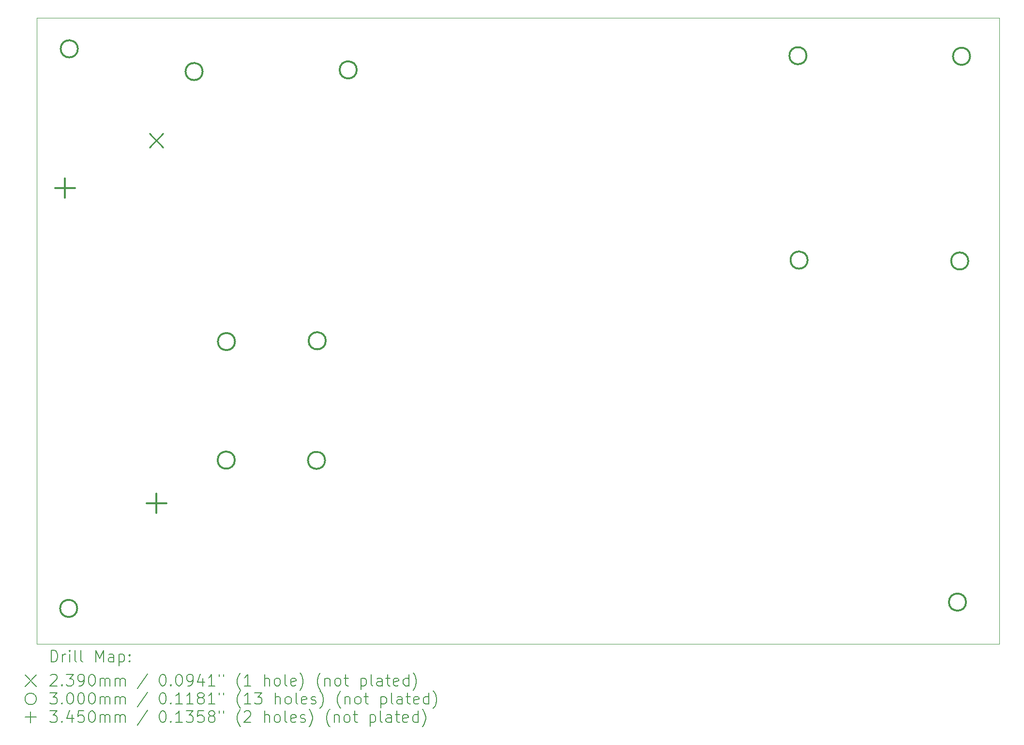
<source format=gbr>
%TF.GenerationSoftware,KiCad,Pcbnew,(6.0.9-0)*%
%TF.CreationDate,2022-11-09T23:01:56-06:00*%
%TF.ProjectId,CluePCB,436c7565-5043-4422-9e6b-696361645f70,1*%
%TF.SameCoordinates,Original*%
%TF.FileFunction,Drillmap*%
%TF.FilePolarity,Positive*%
%FSLAX45Y45*%
G04 Gerber Fmt 4.5, Leading zero omitted, Abs format (unit mm)*
G04 Created by KiCad (PCBNEW (6.0.9-0)) date 2022-11-09 23:01:56*
%MOMM*%
%LPD*%
G01*
G04 APERTURE LIST*
%ADD10C,0.100000*%
%ADD11C,0.200000*%
%ADD12C,0.239000*%
%ADD13C,0.300000*%
%ADD14C,0.345000*%
G04 APERTURE END LIST*
D10*
X6070000Y-3660000D02*
X22910000Y-3660000D01*
X22910000Y-3660000D02*
X22910000Y-14620000D01*
X22910000Y-14620000D02*
X6070000Y-14620000D01*
X6070000Y-14620000D02*
X6070000Y-3660000D01*
D11*
D12*
X8046500Y-5685500D02*
X8285500Y-5924500D01*
X8285500Y-5685500D02*
X8046500Y-5924500D01*
D13*
X6780000Y-14000000D02*
G75*
G03*
X6780000Y-14000000I-150000J0D01*
G01*
X6790000Y-4200000D02*
G75*
G03*
X6790000Y-4200000I-150000J0D01*
G01*
X8974000Y-4598000D02*
G75*
G03*
X8974000Y-4598000I-150000J0D01*
G01*
X9536000Y-11403000D02*
G75*
G03*
X9536000Y-11403000I-150000J0D01*
G01*
X9540000Y-9327000D02*
G75*
G03*
X9540000Y-9327000I-150000J0D01*
G01*
X11116000Y-11407000D02*
G75*
G03*
X11116000Y-11407000I-150000J0D01*
G01*
X11128000Y-9313000D02*
G75*
G03*
X11128000Y-9313000I-150000J0D01*
G01*
X11670000Y-4569000D02*
G75*
G03*
X11670000Y-4569000I-150000J0D01*
G01*
X19539000Y-4320750D02*
G75*
G03*
X19539000Y-4320750I-150000J0D01*
G01*
X19558000Y-7899750D02*
G75*
G03*
X19558000Y-7899750I-150000J0D01*
G01*
X22330000Y-13890000D02*
G75*
G03*
X22330000Y-13890000I-150000J0D01*
G01*
X22369000Y-7915750D02*
G75*
G03*
X22369000Y-7915750I-150000J0D01*
G01*
X22401000Y-4330750D02*
G75*
G03*
X22401000Y-4330750I-150000J0D01*
G01*
D14*
X6566000Y-6465500D02*
X6566000Y-6810500D01*
X6393500Y-6638000D02*
X6738500Y-6638000D01*
X8166000Y-11985500D02*
X8166000Y-12330500D01*
X7993500Y-12158000D02*
X8338500Y-12158000D01*
D11*
X6322619Y-14935476D02*
X6322619Y-14735476D01*
X6370238Y-14735476D01*
X6398809Y-14745000D01*
X6417857Y-14764048D01*
X6427381Y-14783095D01*
X6436905Y-14821190D01*
X6436905Y-14849762D01*
X6427381Y-14887857D01*
X6417857Y-14906905D01*
X6398809Y-14925952D01*
X6370238Y-14935476D01*
X6322619Y-14935476D01*
X6522619Y-14935476D02*
X6522619Y-14802143D01*
X6522619Y-14840238D02*
X6532143Y-14821190D01*
X6541667Y-14811667D01*
X6560714Y-14802143D01*
X6579762Y-14802143D01*
X6646428Y-14935476D02*
X6646428Y-14802143D01*
X6646428Y-14735476D02*
X6636905Y-14745000D01*
X6646428Y-14754524D01*
X6655952Y-14745000D01*
X6646428Y-14735476D01*
X6646428Y-14754524D01*
X6770238Y-14935476D02*
X6751190Y-14925952D01*
X6741667Y-14906905D01*
X6741667Y-14735476D01*
X6875000Y-14935476D02*
X6855952Y-14925952D01*
X6846428Y-14906905D01*
X6846428Y-14735476D01*
X7103571Y-14935476D02*
X7103571Y-14735476D01*
X7170238Y-14878333D01*
X7236905Y-14735476D01*
X7236905Y-14935476D01*
X7417857Y-14935476D02*
X7417857Y-14830714D01*
X7408333Y-14811667D01*
X7389286Y-14802143D01*
X7351190Y-14802143D01*
X7332143Y-14811667D01*
X7417857Y-14925952D02*
X7398809Y-14935476D01*
X7351190Y-14935476D01*
X7332143Y-14925952D01*
X7322619Y-14906905D01*
X7322619Y-14887857D01*
X7332143Y-14868809D01*
X7351190Y-14859286D01*
X7398809Y-14859286D01*
X7417857Y-14849762D01*
X7513095Y-14802143D02*
X7513095Y-15002143D01*
X7513095Y-14811667D02*
X7532143Y-14802143D01*
X7570238Y-14802143D01*
X7589286Y-14811667D01*
X7598809Y-14821190D01*
X7608333Y-14840238D01*
X7608333Y-14897381D01*
X7598809Y-14916428D01*
X7589286Y-14925952D01*
X7570238Y-14935476D01*
X7532143Y-14935476D01*
X7513095Y-14925952D01*
X7694048Y-14916428D02*
X7703571Y-14925952D01*
X7694048Y-14935476D01*
X7684524Y-14925952D01*
X7694048Y-14916428D01*
X7694048Y-14935476D01*
X7694048Y-14811667D02*
X7703571Y-14821190D01*
X7694048Y-14830714D01*
X7684524Y-14821190D01*
X7694048Y-14811667D01*
X7694048Y-14830714D01*
X5865000Y-15165000D02*
X6065000Y-15365000D01*
X6065000Y-15165000D02*
X5865000Y-15365000D01*
X6313095Y-15174524D02*
X6322619Y-15165000D01*
X6341667Y-15155476D01*
X6389286Y-15155476D01*
X6408333Y-15165000D01*
X6417857Y-15174524D01*
X6427381Y-15193571D01*
X6427381Y-15212619D01*
X6417857Y-15241190D01*
X6303571Y-15355476D01*
X6427381Y-15355476D01*
X6513095Y-15336428D02*
X6522619Y-15345952D01*
X6513095Y-15355476D01*
X6503571Y-15345952D01*
X6513095Y-15336428D01*
X6513095Y-15355476D01*
X6589286Y-15155476D02*
X6713095Y-15155476D01*
X6646428Y-15231667D01*
X6675000Y-15231667D01*
X6694048Y-15241190D01*
X6703571Y-15250714D01*
X6713095Y-15269762D01*
X6713095Y-15317381D01*
X6703571Y-15336428D01*
X6694048Y-15345952D01*
X6675000Y-15355476D01*
X6617857Y-15355476D01*
X6598809Y-15345952D01*
X6589286Y-15336428D01*
X6808333Y-15355476D02*
X6846428Y-15355476D01*
X6865476Y-15345952D01*
X6875000Y-15336428D01*
X6894048Y-15307857D01*
X6903571Y-15269762D01*
X6903571Y-15193571D01*
X6894048Y-15174524D01*
X6884524Y-15165000D01*
X6865476Y-15155476D01*
X6827381Y-15155476D01*
X6808333Y-15165000D01*
X6798809Y-15174524D01*
X6789286Y-15193571D01*
X6789286Y-15241190D01*
X6798809Y-15260238D01*
X6808333Y-15269762D01*
X6827381Y-15279286D01*
X6865476Y-15279286D01*
X6884524Y-15269762D01*
X6894048Y-15260238D01*
X6903571Y-15241190D01*
X7027381Y-15155476D02*
X7046428Y-15155476D01*
X7065476Y-15165000D01*
X7075000Y-15174524D01*
X7084524Y-15193571D01*
X7094048Y-15231667D01*
X7094048Y-15279286D01*
X7084524Y-15317381D01*
X7075000Y-15336428D01*
X7065476Y-15345952D01*
X7046428Y-15355476D01*
X7027381Y-15355476D01*
X7008333Y-15345952D01*
X6998809Y-15336428D01*
X6989286Y-15317381D01*
X6979762Y-15279286D01*
X6979762Y-15231667D01*
X6989286Y-15193571D01*
X6998809Y-15174524D01*
X7008333Y-15165000D01*
X7027381Y-15155476D01*
X7179762Y-15355476D02*
X7179762Y-15222143D01*
X7179762Y-15241190D02*
X7189286Y-15231667D01*
X7208333Y-15222143D01*
X7236905Y-15222143D01*
X7255952Y-15231667D01*
X7265476Y-15250714D01*
X7265476Y-15355476D01*
X7265476Y-15250714D02*
X7275000Y-15231667D01*
X7294048Y-15222143D01*
X7322619Y-15222143D01*
X7341667Y-15231667D01*
X7351190Y-15250714D01*
X7351190Y-15355476D01*
X7446428Y-15355476D02*
X7446428Y-15222143D01*
X7446428Y-15241190D02*
X7455952Y-15231667D01*
X7475000Y-15222143D01*
X7503571Y-15222143D01*
X7522619Y-15231667D01*
X7532143Y-15250714D01*
X7532143Y-15355476D01*
X7532143Y-15250714D02*
X7541667Y-15231667D01*
X7560714Y-15222143D01*
X7589286Y-15222143D01*
X7608333Y-15231667D01*
X7617857Y-15250714D01*
X7617857Y-15355476D01*
X8008333Y-15145952D02*
X7836905Y-15403095D01*
X8265476Y-15155476D02*
X8284524Y-15155476D01*
X8303571Y-15165000D01*
X8313095Y-15174524D01*
X8322619Y-15193571D01*
X8332143Y-15231667D01*
X8332143Y-15279286D01*
X8322619Y-15317381D01*
X8313095Y-15336428D01*
X8303571Y-15345952D01*
X8284524Y-15355476D01*
X8265476Y-15355476D01*
X8246428Y-15345952D01*
X8236905Y-15336428D01*
X8227381Y-15317381D01*
X8217857Y-15279286D01*
X8217857Y-15231667D01*
X8227381Y-15193571D01*
X8236905Y-15174524D01*
X8246428Y-15165000D01*
X8265476Y-15155476D01*
X8417857Y-15336428D02*
X8427381Y-15345952D01*
X8417857Y-15355476D01*
X8408333Y-15345952D01*
X8417857Y-15336428D01*
X8417857Y-15355476D01*
X8551190Y-15155476D02*
X8570238Y-15155476D01*
X8589286Y-15165000D01*
X8598810Y-15174524D01*
X8608333Y-15193571D01*
X8617857Y-15231667D01*
X8617857Y-15279286D01*
X8608333Y-15317381D01*
X8598810Y-15336428D01*
X8589286Y-15345952D01*
X8570238Y-15355476D01*
X8551190Y-15355476D01*
X8532143Y-15345952D01*
X8522619Y-15336428D01*
X8513095Y-15317381D01*
X8503571Y-15279286D01*
X8503571Y-15231667D01*
X8513095Y-15193571D01*
X8522619Y-15174524D01*
X8532143Y-15165000D01*
X8551190Y-15155476D01*
X8713095Y-15355476D02*
X8751190Y-15355476D01*
X8770238Y-15345952D01*
X8779762Y-15336428D01*
X8798810Y-15307857D01*
X8808333Y-15269762D01*
X8808333Y-15193571D01*
X8798810Y-15174524D01*
X8789286Y-15165000D01*
X8770238Y-15155476D01*
X8732143Y-15155476D01*
X8713095Y-15165000D01*
X8703571Y-15174524D01*
X8694048Y-15193571D01*
X8694048Y-15241190D01*
X8703571Y-15260238D01*
X8713095Y-15269762D01*
X8732143Y-15279286D01*
X8770238Y-15279286D01*
X8789286Y-15269762D01*
X8798810Y-15260238D01*
X8808333Y-15241190D01*
X8979762Y-15222143D02*
X8979762Y-15355476D01*
X8932143Y-15145952D02*
X8884524Y-15288809D01*
X9008333Y-15288809D01*
X9189286Y-15355476D02*
X9075000Y-15355476D01*
X9132143Y-15355476D02*
X9132143Y-15155476D01*
X9113095Y-15184048D01*
X9094048Y-15203095D01*
X9075000Y-15212619D01*
X9265476Y-15155476D02*
X9265476Y-15193571D01*
X9341667Y-15155476D02*
X9341667Y-15193571D01*
X9636905Y-15431667D02*
X9627381Y-15422143D01*
X9608333Y-15393571D01*
X9598810Y-15374524D01*
X9589286Y-15345952D01*
X9579762Y-15298333D01*
X9579762Y-15260238D01*
X9589286Y-15212619D01*
X9598810Y-15184048D01*
X9608333Y-15165000D01*
X9627381Y-15136428D01*
X9636905Y-15126905D01*
X9817857Y-15355476D02*
X9703571Y-15355476D01*
X9760714Y-15355476D02*
X9760714Y-15155476D01*
X9741667Y-15184048D01*
X9722619Y-15203095D01*
X9703571Y-15212619D01*
X10055952Y-15355476D02*
X10055952Y-15155476D01*
X10141667Y-15355476D02*
X10141667Y-15250714D01*
X10132143Y-15231667D01*
X10113095Y-15222143D01*
X10084524Y-15222143D01*
X10065476Y-15231667D01*
X10055952Y-15241190D01*
X10265476Y-15355476D02*
X10246429Y-15345952D01*
X10236905Y-15336428D01*
X10227381Y-15317381D01*
X10227381Y-15260238D01*
X10236905Y-15241190D01*
X10246429Y-15231667D01*
X10265476Y-15222143D01*
X10294048Y-15222143D01*
X10313095Y-15231667D01*
X10322619Y-15241190D01*
X10332143Y-15260238D01*
X10332143Y-15317381D01*
X10322619Y-15336428D01*
X10313095Y-15345952D01*
X10294048Y-15355476D01*
X10265476Y-15355476D01*
X10446429Y-15355476D02*
X10427381Y-15345952D01*
X10417857Y-15326905D01*
X10417857Y-15155476D01*
X10598810Y-15345952D02*
X10579762Y-15355476D01*
X10541667Y-15355476D01*
X10522619Y-15345952D01*
X10513095Y-15326905D01*
X10513095Y-15250714D01*
X10522619Y-15231667D01*
X10541667Y-15222143D01*
X10579762Y-15222143D01*
X10598810Y-15231667D01*
X10608333Y-15250714D01*
X10608333Y-15269762D01*
X10513095Y-15288809D01*
X10675000Y-15431667D02*
X10684524Y-15422143D01*
X10703571Y-15393571D01*
X10713095Y-15374524D01*
X10722619Y-15345952D01*
X10732143Y-15298333D01*
X10732143Y-15260238D01*
X10722619Y-15212619D01*
X10713095Y-15184048D01*
X10703571Y-15165000D01*
X10684524Y-15136428D01*
X10675000Y-15126905D01*
X11036905Y-15431667D02*
X11027381Y-15422143D01*
X11008333Y-15393571D01*
X10998810Y-15374524D01*
X10989286Y-15345952D01*
X10979762Y-15298333D01*
X10979762Y-15260238D01*
X10989286Y-15212619D01*
X10998810Y-15184048D01*
X11008333Y-15165000D01*
X11027381Y-15136428D01*
X11036905Y-15126905D01*
X11113095Y-15222143D02*
X11113095Y-15355476D01*
X11113095Y-15241190D02*
X11122619Y-15231667D01*
X11141667Y-15222143D01*
X11170238Y-15222143D01*
X11189286Y-15231667D01*
X11198809Y-15250714D01*
X11198809Y-15355476D01*
X11322619Y-15355476D02*
X11303571Y-15345952D01*
X11294048Y-15336428D01*
X11284524Y-15317381D01*
X11284524Y-15260238D01*
X11294048Y-15241190D01*
X11303571Y-15231667D01*
X11322619Y-15222143D01*
X11351190Y-15222143D01*
X11370238Y-15231667D01*
X11379762Y-15241190D01*
X11389286Y-15260238D01*
X11389286Y-15317381D01*
X11379762Y-15336428D01*
X11370238Y-15345952D01*
X11351190Y-15355476D01*
X11322619Y-15355476D01*
X11446428Y-15222143D02*
X11522619Y-15222143D01*
X11475000Y-15155476D02*
X11475000Y-15326905D01*
X11484524Y-15345952D01*
X11503571Y-15355476D01*
X11522619Y-15355476D01*
X11741667Y-15222143D02*
X11741667Y-15422143D01*
X11741667Y-15231667D02*
X11760714Y-15222143D01*
X11798809Y-15222143D01*
X11817857Y-15231667D01*
X11827381Y-15241190D01*
X11836905Y-15260238D01*
X11836905Y-15317381D01*
X11827381Y-15336428D01*
X11817857Y-15345952D01*
X11798809Y-15355476D01*
X11760714Y-15355476D01*
X11741667Y-15345952D01*
X11951190Y-15355476D02*
X11932143Y-15345952D01*
X11922619Y-15326905D01*
X11922619Y-15155476D01*
X12113095Y-15355476D02*
X12113095Y-15250714D01*
X12103571Y-15231667D01*
X12084524Y-15222143D01*
X12046428Y-15222143D01*
X12027381Y-15231667D01*
X12113095Y-15345952D02*
X12094048Y-15355476D01*
X12046428Y-15355476D01*
X12027381Y-15345952D01*
X12017857Y-15326905D01*
X12017857Y-15307857D01*
X12027381Y-15288809D01*
X12046428Y-15279286D01*
X12094048Y-15279286D01*
X12113095Y-15269762D01*
X12179762Y-15222143D02*
X12255952Y-15222143D01*
X12208333Y-15155476D02*
X12208333Y-15326905D01*
X12217857Y-15345952D01*
X12236905Y-15355476D01*
X12255952Y-15355476D01*
X12398809Y-15345952D02*
X12379762Y-15355476D01*
X12341667Y-15355476D01*
X12322619Y-15345952D01*
X12313095Y-15326905D01*
X12313095Y-15250714D01*
X12322619Y-15231667D01*
X12341667Y-15222143D01*
X12379762Y-15222143D01*
X12398809Y-15231667D01*
X12408333Y-15250714D01*
X12408333Y-15269762D01*
X12313095Y-15288809D01*
X12579762Y-15355476D02*
X12579762Y-15155476D01*
X12579762Y-15345952D02*
X12560714Y-15355476D01*
X12522619Y-15355476D01*
X12503571Y-15345952D01*
X12494048Y-15336428D01*
X12484524Y-15317381D01*
X12484524Y-15260238D01*
X12494048Y-15241190D01*
X12503571Y-15231667D01*
X12522619Y-15222143D01*
X12560714Y-15222143D01*
X12579762Y-15231667D01*
X12655952Y-15431667D02*
X12665476Y-15422143D01*
X12684524Y-15393571D01*
X12694048Y-15374524D01*
X12703571Y-15345952D01*
X12713095Y-15298333D01*
X12713095Y-15260238D01*
X12703571Y-15212619D01*
X12694048Y-15184048D01*
X12684524Y-15165000D01*
X12665476Y-15136428D01*
X12655952Y-15126905D01*
X6065000Y-15585000D02*
G75*
G03*
X6065000Y-15585000I-100000J0D01*
G01*
X6303571Y-15475476D02*
X6427381Y-15475476D01*
X6360714Y-15551667D01*
X6389286Y-15551667D01*
X6408333Y-15561190D01*
X6417857Y-15570714D01*
X6427381Y-15589762D01*
X6427381Y-15637381D01*
X6417857Y-15656428D01*
X6408333Y-15665952D01*
X6389286Y-15675476D01*
X6332143Y-15675476D01*
X6313095Y-15665952D01*
X6303571Y-15656428D01*
X6513095Y-15656428D02*
X6522619Y-15665952D01*
X6513095Y-15675476D01*
X6503571Y-15665952D01*
X6513095Y-15656428D01*
X6513095Y-15675476D01*
X6646428Y-15475476D02*
X6665476Y-15475476D01*
X6684524Y-15485000D01*
X6694048Y-15494524D01*
X6703571Y-15513571D01*
X6713095Y-15551667D01*
X6713095Y-15599286D01*
X6703571Y-15637381D01*
X6694048Y-15656428D01*
X6684524Y-15665952D01*
X6665476Y-15675476D01*
X6646428Y-15675476D01*
X6627381Y-15665952D01*
X6617857Y-15656428D01*
X6608333Y-15637381D01*
X6598809Y-15599286D01*
X6598809Y-15551667D01*
X6608333Y-15513571D01*
X6617857Y-15494524D01*
X6627381Y-15485000D01*
X6646428Y-15475476D01*
X6836905Y-15475476D02*
X6855952Y-15475476D01*
X6875000Y-15485000D01*
X6884524Y-15494524D01*
X6894048Y-15513571D01*
X6903571Y-15551667D01*
X6903571Y-15599286D01*
X6894048Y-15637381D01*
X6884524Y-15656428D01*
X6875000Y-15665952D01*
X6855952Y-15675476D01*
X6836905Y-15675476D01*
X6817857Y-15665952D01*
X6808333Y-15656428D01*
X6798809Y-15637381D01*
X6789286Y-15599286D01*
X6789286Y-15551667D01*
X6798809Y-15513571D01*
X6808333Y-15494524D01*
X6817857Y-15485000D01*
X6836905Y-15475476D01*
X7027381Y-15475476D02*
X7046428Y-15475476D01*
X7065476Y-15485000D01*
X7075000Y-15494524D01*
X7084524Y-15513571D01*
X7094048Y-15551667D01*
X7094048Y-15599286D01*
X7084524Y-15637381D01*
X7075000Y-15656428D01*
X7065476Y-15665952D01*
X7046428Y-15675476D01*
X7027381Y-15675476D01*
X7008333Y-15665952D01*
X6998809Y-15656428D01*
X6989286Y-15637381D01*
X6979762Y-15599286D01*
X6979762Y-15551667D01*
X6989286Y-15513571D01*
X6998809Y-15494524D01*
X7008333Y-15485000D01*
X7027381Y-15475476D01*
X7179762Y-15675476D02*
X7179762Y-15542143D01*
X7179762Y-15561190D02*
X7189286Y-15551667D01*
X7208333Y-15542143D01*
X7236905Y-15542143D01*
X7255952Y-15551667D01*
X7265476Y-15570714D01*
X7265476Y-15675476D01*
X7265476Y-15570714D02*
X7275000Y-15551667D01*
X7294048Y-15542143D01*
X7322619Y-15542143D01*
X7341667Y-15551667D01*
X7351190Y-15570714D01*
X7351190Y-15675476D01*
X7446428Y-15675476D02*
X7446428Y-15542143D01*
X7446428Y-15561190D02*
X7455952Y-15551667D01*
X7475000Y-15542143D01*
X7503571Y-15542143D01*
X7522619Y-15551667D01*
X7532143Y-15570714D01*
X7532143Y-15675476D01*
X7532143Y-15570714D02*
X7541667Y-15551667D01*
X7560714Y-15542143D01*
X7589286Y-15542143D01*
X7608333Y-15551667D01*
X7617857Y-15570714D01*
X7617857Y-15675476D01*
X8008333Y-15465952D02*
X7836905Y-15723095D01*
X8265476Y-15475476D02*
X8284524Y-15475476D01*
X8303571Y-15485000D01*
X8313095Y-15494524D01*
X8322619Y-15513571D01*
X8332143Y-15551667D01*
X8332143Y-15599286D01*
X8322619Y-15637381D01*
X8313095Y-15656428D01*
X8303571Y-15665952D01*
X8284524Y-15675476D01*
X8265476Y-15675476D01*
X8246428Y-15665952D01*
X8236905Y-15656428D01*
X8227381Y-15637381D01*
X8217857Y-15599286D01*
X8217857Y-15551667D01*
X8227381Y-15513571D01*
X8236905Y-15494524D01*
X8246428Y-15485000D01*
X8265476Y-15475476D01*
X8417857Y-15656428D02*
X8427381Y-15665952D01*
X8417857Y-15675476D01*
X8408333Y-15665952D01*
X8417857Y-15656428D01*
X8417857Y-15675476D01*
X8617857Y-15675476D02*
X8503571Y-15675476D01*
X8560714Y-15675476D02*
X8560714Y-15475476D01*
X8541667Y-15504048D01*
X8522619Y-15523095D01*
X8503571Y-15532619D01*
X8808333Y-15675476D02*
X8694048Y-15675476D01*
X8751190Y-15675476D02*
X8751190Y-15475476D01*
X8732143Y-15504048D01*
X8713095Y-15523095D01*
X8694048Y-15532619D01*
X8922619Y-15561190D02*
X8903571Y-15551667D01*
X8894048Y-15542143D01*
X8884524Y-15523095D01*
X8884524Y-15513571D01*
X8894048Y-15494524D01*
X8903571Y-15485000D01*
X8922619Y-15475476D01*
X8960714Y-15475476D01*
X8979762Y-15485000D01*
X8989286Y-15494524D01*
X8998810Y-15513571D01*
X8998810Y-15523095D01*
X8989286Y-15542143D01*
X8979762Y-15551667D01*
X8960714Y-15561190D01*
X8922619Y-15561190D01*
X8903571Y-15570714D01*
X8894048Y-15580238D01*
X8884524Y-15599286D01*
X8884524Y-15637381D01*
X8894048Y-15656428D01*
X8903571Y-15665952D01*
X8922619Y-15675476D01*
X8960714Y-15675476D01*
X8979762Y-15665952D01*
X8989286Y-15656428D01*
X8998810Y-15637381D01*
X8998810Y-15599286D01*
X8989286Y-15580238D01*
X8979762Y-15570714D01*
X8960714Y-15561190D01*
X9189286Y-15675476D02*
X9075000Y-15675476D01*
X9132143Y-15675476D02*
X9132143Y-15475476D01*
X9113095Y-15504048D01*
X9094048Y-15523095D01*
X9075000Y-15532619D01*
X9265476Y-15475476D02*
X9265476Y-15513571D01*
X9341667Y-15475476D02*
X9341667Y-15513571D01*
X9636905Y-15751667D02*
X9627381Y-15742143D01*
X9608333Y-15713571D01*
X9598810Y-15694524D01*
X9589286Y-15665952D01*
X9579762Y-15618333D01*
X9579762Y-15580238D01*
X9589286Y-15532619D01*
X9598810Y-15504048D01*
X9608333Y-15485000D01*
X9627381Y-15456428D01*
X9636905Y-15446905D01*
X9817857Y-15675476D02*
X9703571Y-15675476D01*
X9760714Y-15675476D02*
X9760714Y-15475476D01*
X9741667Y-15504048D01*
X9722619Y-15523095D01*
X9703571Y-15532619D01*
X9884524Y-15475476D02*
X10008333Y-15475476D01*
X9941667Y-15551667D01*
X9970238Y-15551667D01*
X9989286Y-15561190D01*
X9998810Y-15570714D01*
X10008333Y-15589762D01*
X10008333Y-15637381D01*
X9998810Y-15656428D01*
X9989286Y-15665952D01*
X9970238Y-15675476D01*
X9913095Y-15675476D01*
X9894048Y-15665952D01*
X9884524Y-15656428D01*
X10246429Y-15675476D02*
X10246429Y-15475476D01*
X10332143Y-15675476D02*
X10332143Y-15570714D01*
X10322619Y-15551667D01*
X10303571Y-15542143D01*
X10275000Y-15542143D01*
X10255952Y-15551667D01*
X10246429Y-15561190D01*
X10455952Y-15675476D02*
X10436905Y-15665952D01*
X10427381Y-15656428D01*
X10417857Y-15637381D01*
X10417857Y-15580238D01*
X10427381Y-15561190D01*
X10436905Y-15551667D01*
X10455952Y-15542143D01*
X10484524Y-15542143D01*
X10503571Y-15551667D01*
X10513095Y-15561190D01*
X10522619Y-15580238D01*
X10522619Y-15637381D01*
X10513095Y-15656428D01*
X10503571Y-15665952D01*
X10484524Y-15675476D01*
X10455952Y-15675476D01*
X10636905Y-15675476D02*
X10617857Y-15665952D01*
X10608333Y-15646905D01*
X10608333Y-15475476D01*
X10789286Y-15665952D02*
X10770238Y-15675476D01*
X10732143Y-15675476D01*
X10713095Y-15665952D01*
X10703571Y-15646905D01*
X10703571Y-15570714D01*
X10713095Y-15551667D01*
X10732143Y-15542143D01*
X10770238Y-15542143D01*
X10789286Y-15551667D01*
X10798810Y-15570714D01*
X10798810Y-15589762D01*
X10703571Y-15608809D01*
X10875000Y-15665952D02*
X10894048Y-15675476D01*
X10932143Y-15675476D01*
X10951190Y-15665952D01*
X10960714Y-15646905D01*
X10960714Y-15637381D01*
X10951190Y-15618333D01*
X10932143Y-15608809D01*
X10903571Y-15608809D01*
X10884524Y-15599286D01*
X10875000Y-15580238D01*
X10875000Y-15570714D01*
X10884524Y-15551667D01*
X10903571Y-15542143D01*
X10932143Y-15542143D01*
X10951190Y-15551667D01*
X11027381Y-15751667D02*
X11036905Y-15742143D01*
X11055952Y-15713571D01*
X11065476Y-15694524D01*
X11075000Y-15665952D01*
X11084524Y-15618333D01*
X11084524Y-15580238D01*
X11075000Y-15532619D01*
X11065476Y-15504048D01*
X11055952Y-15485000D01*
X11036905Y-15456428D01*
X11027381Y-15446905D01*
X11389286Y-15751667D02*
X11379762Y-15742143D01*
X11360714Y-15713571D01*
X11351190Y-15694524D01*
X11341667Y-15665952D01*
X11332143Y-15618333D01*
X11332143Y-15580238D01*
X11341667Y-15532619D01*
X11351190Y-15504048D01*
X11360714Y-15485000D01*
X11379762Y-15456428D01*
X11389286Y-15446905D01*
X11465476Y-15542143D02*
X11465476Y-15675476D01*
X11465476Y-15561190D02*
X11475000Y-15551667D01*
X11494048Y-15542143D01*
X11522619Y-15542143D01*
X11541667Y-15551667D01*
X11551190Y-15570714D01*
X11551190Y-15675476D01*
X11675000Y-15675476D02*
X11655952Y-15665952D01*
X11646428Y-15656428D01*
X11636905Y-15637381D01*
X11636905Y-15580238D01*
X11646428Y-15561190D01*
X11655952Y-15551667D01*
X11675000Y-15542143D01*
X11703571Y-15542143D01*
X11722619Y-15551667D01*
X11732143Y-15561190D01*
X11741667Y-15580238D01*
X11741667Y-15637381D01*
X11732143Y-15656428D01*
X11722619Y-15665952D01*
X11703571Y-15675476D01*
X11675000Y-15675476D01*
X11798809Y-15542143D02*
X11875000Y-15542143D01*
X11827381Y-15475476D02*
X11827381Y-15646905D01*
X11836905Y-15665952D01*
X11855952Y-15675476D01*
X11875000Y-15675476D01*
X12094048Y-15542143D02*
X12094048Y-15742143D01*
X12094048Y-15551667D02*
X12113095Y-15542143D01*
X12151190Y-15542143D01*
X12170238Y-15551667D01*
X12179762Y-15561190D01*
X12189286Y-15580238D01*
X12189286Y-15637381D01*
X12179762Y-15656428D01*
X12170238Y-15665952D01*
X12151190Y-15675476D01*
X12113095Y-15675476D01*
X12094048Y-15665952D01*
X12303571Y-15675476D02*
X12284524Y-15665952D01*
X12275000Y-15646905D01*
X12275000Y-15475476D01*
X12465476Y-15675476D02*
X12465476Y-15570714D01*
X12455952Y-15551667D01*
X12436905Y-15542143D01*
X12398809Y-15542143D01*
X12379762Y-15551667D01*
X12465476Y-15665952D02*
X12446428Y-15675476D01*
X12398809Y-15675476D01*
X12379762Y-15665952D01*
X12370238Y-15646905D01*
X12370238Y-15627857D01*
X12379762Y-15608809D01*
X12398809Y-15599286D01*
X12446428Y-15599286D01*
X12465476Y-15589762D01*
X12532143Y-15542143D02*
X12608333Y-15542143D01*
X12560714Y-15475476D02*
X12560714Y-15646905D01*
X12570238Y-15665952D01*
X12589286Y-15675476D01*
X12608333Y-15675476D01*
X12751190Y-15665952D02*
X12732143Y-15675476D01*
X12694048Y-15675476D01*
X12675000Y-15665952D01*
X12665476Y-15646905D01*
X12665476Y-15570714D01*
X12675000Y-15551667D01*
X12694048Y-15542143D01*
X12732143Y-15542143D01*
X12751190Y-15551667D01*
X12760714Y-15570714D01*
X12760714Y-15589762D01*
X12665476Y-15608809D01*
X12932143Y-15675476D02*
X12932143Y-15475476D01*
X12932143Y-15665952D02*
X12913095Y-15675476D01*
X12875000Y-15675476D01*
X12855952Y-15665952D01*
X12846428Y-15656428D01*
X12836905Y-15637381D01*
X12836905Y-15580238D01*
X12846428Y-15561190D01*
X12855952Y-15551667D01*
X12875000Y-15542143D01*
X12913095Y-15542143D01*
X12932143Y-15551667D01*
X13008333Y-15751667D02*
X13017857Y-15742143D01*
X13036905Y-15713571D01*
X13046428Y-15694524D01*
X13055952Y-15665952D01*
X13065476Y-15618333D01*
X13065476Y-15580238D01*
X13055952Y-15532619D01*
X13046428Y-15504048D01*
X13036905Y-15485000D01*
X13017857Y-15456428D01*
X13008333Y-15446905D01*
X5965000Y-15805000D02*
X5965000Y-16005000D01*
X5865000Y-15905000D02*
X6065000Y-15905000D01*
X6303571Y-15795476D02*
X6427381Y-15795476D01*
X6360714Y-15871667D01*
X6389286Y-15871667D01*
X6408333Y-15881190D01*
X6417857Y-15890714D01*
X6427381Y-15909762D01*
X6427381Y-15957381D01*
X6417857Y-15976428D01*
X6408333Y-15985952D01*
X6389286Y-15995476D01*
X6332143Y-15995476D01*
X6313095Y-15985952D01*
X6303571Y-15976428D01*
X6513095Y-15976428D02*
X6522619Y-15985952D01*
X6513095Y-15995476D01*
X6503571Y-15985952D01*
X6513095Y-15976428D01*
X6513095Y-15995476D01*
X6694048Y-15862143D02*
X6694048Y-15995476D01*
X6646428Y-15785952D02*
X6598809Y-15928809D01*
X6722619Y-15928809D01*
X6894048Y-15795476D02*
X6798809Y-15795476D01*
X6789286Y-15890714D01*
X6798809Y-15881190D01*
X6817857Y-15871667D01*
X6865476Y-15871667D01*
X6884524Y-15881190D01*
X6894048Y-15890714D01*
X6903571Y-15909762D01*
X6903571Y-15957381D01*
X6894048Y-15976428D01*
X6884524Y-15985952D01*
X6865476Y-15995476D01*
X6817857Y-15995476D01*
X6798809Y-15985952D01*
X6789286Y-15976428D01*
X7027381Y-15795476D02*
X7046428Y-15795476D01*
X7065476Y-15805000D01*
X7075000Y-15814524D01*
X7084524Y-15833571D01*
X7094048Y-15871667D01*
X7094048Y-15919286D01*
X7084524Y-15957381D01*
X7075000Y-15976428D01*
X7065476Y-15985952D01*
X7046428Y-15995476D01*
X7027381Y-15995476D01*
X7008333Y-15985952D01*
X6998809Y-15976428D01*
X6989286Y-15957381D01*
X6979762Y-15919286D01*
X6979762Y-15871667D01*
X6989286Y-15833571D01*
X6998809Y-15814524D01*
X7008333Y-15805000D01*
X7027381Y-15795476D01*
X7179762Y-15995476D02*
X7179762Y-15862143D01*
X7179762Y-15881190D02*
X7189286Y-15871667D01*
X7208333Y-15862143D01*
X7236905Y-15862143D01*
X7255952Y-15871667D01*
X7265476Y-15890714D01*
X7265476Y-15995476D01*
X7265476Y-15890714D02*
X7275000Y-15871667D01*
X7294048Y-15862143D01*
X7322619Y-15862143D01*
X7341667Y-15871667D01*
X7351190Y-15890714D01*
X7351190Y-15995476D01*
X7446428Y-15995476D02*
X7446428Y-15862143D01*
X7446428Y-15881190D02*
X7455952Y-15871667D01*
X7475000Y-15862143D01*
X7503571Y-15862143D01*
X7522619Y-15871667D01*
X7532143Y-15890714D01*
X7532143Y-15995476D01*
X7532143Y-15890714D02*
X7541667Y-15871667D01*
X7560714Y-15862143D01*
X7589286Y-15862143D01*
X7608333Y-15871667D01*
X7617857Y-15890714D01*
X7617857Y-15995476D01*
X8008333Y-15785952D02*
X7836905Y-16043095D01*
X8265476Y-15795476D02*
X8284524Y-15795476D01*
X8303571Y-15805000D01*
X8313095Y-15814524D01*
X8322619Y-15833571D01*
X8332143Y-15871667D01*
X8332143Y-15919286D01*
X8322619Y-15957381D01*
X8313095Y-15976428D01*
X8303571Y-15985952D01*
X8284524Y-15995476D01*
X8265476Y-15995476D01*
X8246428Y-15985952D01*
X8236905Y-15976428D01*
X8227381Y-15957381D01*
X8217857Y-15919286D01*
X8217857Y-15871667D01*
X8227381Y-15833571D01*
X8236905Y-15814524D01*
X8246428Y-15805000D01*
X8265476Y-15795476D01*
X8417857Y-15976428D02*
X8427381Y-15985952D01*
X8417857Y-15995476D01*
X8408333Y-15985952D01*
X8417857Y-15976428D01*
X8417857Y-15995476D01*
X8617857Y-15995476D02*
X8503571Y-15995476D01*
X8560714Y-15995476D02*
X8560714Y-15795476D01*
X8541667Y-15824048D01*
X8522619Y-15843095D01*
X8503571Y-15852619D01*
X8684524Y-15795476D02*
X8808333Y-15795476D01*
X8741667Y-15871667D01*
X8770238Y-15871667D01*
X8789286Y-15881190D01*
X8798810Y-15890714D01*
X8808333Y-15909762D01*
X8808333Y-15957381D01*
X8798810Y-15976428D01*
X8789286Y-15985952D01*
X8770238Y-15995476D01*
X8713095Y-15995476D01*
X8694048Y-15985952D01*
X8684524Y-15976428D01*
X8989286Y-15795476D02*
X8894048Y-15795476D01*
X8884524Y-15890714D01*
X8894048Y-15881190D01*
X8913095Y-15871667D01*
X8960714Y-15871667D01*
X8979762Y-15881190D01*
X8989286Y-15890714D01*
X8998810Y-15909762D01*
X8998810Y-15957381D01*
X8989286Y-15976428D01*
X8979762Y-15985952D01*
X8960714Y-15995476D01*
X8913095Y-15995476D01*
X8894048Y-15985952D01*
X8884524Y-15976428D01*
X9113095Y-15881190D02*
X9094048Y-15871667D01*
X9084524Y-15862143D01*
X9075000Y-15843095D01*
X9075000Y-15833571D01*
X9084524Y-15814524D01*
X9094048Y-15805000D01*
X9113095Y-15795476D01*
X9151190Y-15795476D01*
X9170238Y-15805000D01*
X9179762Y-15814524D01*
X9189286Y-15833571D01*
X9189286Y-15843095D01*
X9179762Y-15862143D01*
X9170238Y-15871667D01*
X9151190Y-15881190D01*
X9113095Y-15881190D01*
X9094048Y-15890714D01*
X9084524Y-15900238D01*
X9075000Y-15919286D01*
X9075000Y-15957381D01*
X9084524Y-15976428D01*
X9094048Y-15985952D01*
X9113095Y-15995476D01*
X9151190Y-15995476D01*
X9170238Y-15985952D01*
X9179762Y-15976428D01*
X9189286Y-15957381D01*
X9189286Y-15919286D01*
X9179762Y-15900238D01*
X9170238Y-15890714D01*
X9151190Y-15881190D01*
X9265476Y-15795476D02*
X9265476Y-15833571D01*
X9341667Y-15795476D02*
X9341667Y-15833571D01*
X9636905Y-16071667D02*
X9627381Y-16062143D01*
X9608333Y-16033571D01*
X9598810Y-16014524D01*
X9589286Y-15985952D01*
X9579762Y-15938333D01*
X9579762Y-15900238D01*
X9589286Y-15852619D01*
X9598810Y-15824048D01*
X9608333Y-15805000D01*
X9627381Y-15776428D01*
X9636905Y-15766905D01*
X9703571Y-15814524D02*
X9713095Y-15805000D01*
X9732143Y-15795476D01*
X9779762Y-15795476D01*
X9798810Y-15805000D01*
X9808333Y-15814524D01*
X9817857Y-15833571D01*
X9817857Y-15852619D01*
X9808333Y-15881190D01*
X9694048Y-15995476D01*
X9817857Y-15995476D01*
X10055952Y-15995476D02*
X10055952Y-15795476D01*
X10141667Y-15995476D02*
X10141667Y-15890714D01*
X10132143Y-15871667D01*
X10113095Y-15862143D01*
X10084524Y-15862143D01*
X10065476Y-15871667D01*
X10055952Y-15881190D01*
X10265476Y-15995476D02*
X10246429Y-15985952D01*
X10236905Y-15976428D01*
X10227381Y-15957381D01*
X10227381Y-15900238D01*
X10236905Y-15881190D01*
X10246429Y-15871667D01*
X10265476Y-15862143D01*
X10294048Y-15862143D01*
X10313095Y-15871667D01*
X10322619Y-15881190D01*
X10332143Y-15900238D01*
X10332143Y-15957381D01*
X10322619Y-15976428D01*
X10313095Y-15985952D01*
X10294048Y-15995476D01*
X10265476Y-15995476D01*
X10446429Y-15995476D02*
X10427381Y-15985952D01*
X10417857Y-15966905D01*
X10417857Y-15795476D01*
X10598810Y-15985952D02*
X10579762Y-15995476D01*
X10541667Y-15995476D01*
X10522619Y-15985952D01*
X10513095Y-15966905D01*
X10513095Y-15890714D01*
X10522619Y-15871667D01*
X10541667Y-15862143D01*
X10579762Y-15862143D01*
X10598810Y-15871667D01*
X10608333Y-15890714D01*
X10608333Y-15909762D01*
X10513095Y-15928809D01*
X10684524Y-15985952D02*
X10703571Y-15995476D01*
X10741667Y-15995476D01*
X10760714Y-15985952D01*
X10770238Y-15966905D01*
X10770238Y-15957381D01*
X10760714Y-15938333D01*
X10741667Y-15928809D01*
X10713095Y-15928809D01*
X10694048Y-15919286D01*
X10684524Y-15900238D01*
X10684524Y-15890714D01*
X10694048Y-15871667D01*
X10713095Y-15862143D01*
X10741667Y-15862143D01*
X10760714Y-15871667D01*
X10836905Y-16071667D02*
X10846429Y-16062143D01*
X10865476Y-16033571D01*
X10875000Y-16014524D01*
X10884524Y-15985952D01*
X10894048Y-15938333D01*
X10894048Y-15900238D01*
X10884524Y-15852619D01*
X10875000Y-15824048D01*
X10865476Y-15805000D01*
X10846429Y-15776428D01*
X10836905Y-15766905D01*
X11198809Y-16071667D02*
X11189286Y-16062143D01*
X11170238Y-16033571D01*
X11160714Y-16014524D01*
X11151190Y-15985952D01*
X11141667Y-15938333D01*
X11141667Y-15900238D01*
X11151190Y-15852619D01*
X11160714Y-15824048D01*
X11170238Y-15805000D01*
X11189286Y-15776428D01*
X11198809Y-15766905D01*
X11275000Y-15862143D02*
X11275000Y-15995476D01*
X11275000Y-15881190D02*
X11284524Y-15871667D01*
X11303571Y-15862143D01*
X11332143Y-15862143D01*
X11351190Y-15871667D01*
X11360714Y-15890714D01*
X11360714Y-15995476D01*
X11484524Y-15995476D02*
X11465476Y-15985952D01*
X11455952Y-15976428D01*
X11446428Y-15957381D01*
X11446428Y-15900238D01*
X11455952Y-15881190D01*
X11465476Y-15871667D01*
X11484524Y-15862143D01*
X11513095Y-15862143D01*
X11532143Y-15871667D01*
X11541667Y-15881190D01*
X11551190Y-15900238D01*
X11551190Y-15957381D01*
X11541667Y-15976428D01*
X11532143Y-15985952D01*
X11513095Y-15995476D01*
X11484524Y-15995476D01*
X11608333Y-15862143D02*
X11684524Y-15862143D01*
X11636905Y-15795476D02*
X11636905Y-15966905D01*
X11646428Y-15985952D01*
X11665476Y-15995476D01*
X11684524Y-15995476D01*
X11903571Y-15862143D02*
X11903571Y-16062143D01*
X11903571Y-15871667D02*
X11922619Y-15862143D01*
X11960714Y-15862143D01*
X11979762Y-15871667D01*
X11989286Y-15881190D01*
X11998809Y-15900238D01*
X11998809Y-15957381D01*
X11989286Y-15976428D01*
X11979762Y-15985952D01*
X11960714Y-15995476D01*
X11922619Y-15995476D01*
X11903571Y-15985952D01*
X12113095Y-15995476D02*
X12094048Y-15985952D01*
X12084524Y-15966905D01*
X12084524Y-15795476D01*
X12275000Y-15995476D02*
X12275000Y-15890714D01*
X12265476Y-15871667D01*
X12246428Y-15862143D01*
X12208333Y-15862143D01*
X12189286Y-15871667D01*
X12275000Y-15985952D02*
X12255952Y-15995476D01*
X12208333Y-15995476D01*
X12189286Y-15985952D01*
X12179762Y-15966905D01*
X12179762Y-15947857D01*
X12189286Y-15928809D01*
X12208333Y-15919286D01*
X12255952Y-15919286D01*
X12275000Y-15909762D01*
X12341667Y-15862143D02*
X12417857Y-15862143D01*
X12370238Y-15795476D02*
X12370238Y-15966905D01*
X12379762Y-15985952D01*
X12398809Y-15995476D01*
X12417857Y-15995476D01*
X12560714Y-15985952D02*
X12541667Y-15995476D01*
X12503571Y-15995476D01*
X12484524Y-15985952D01*
X12475000Y-15966905D01*
X12475000Y-15890714D01*
X12484524Y-15871667D01*
X12503571Y-15862143D01*
X12541667Y-15862143D01*
X12560714Y-15871667D01*
X12570238Y-15890714D01*
X12570238Y-15909762D01*
X12475000Y-15928809D01*
X12741667Y-15995476D02*
X12741667Y-15795476D01*
X12741667Y-15985952D02*
X12722619Y-15995476D01*
X12684524Y-15995476D01*
X12665476Y-15985952D01*
X12655952Y-15976428D01*
X12646428Y-15957381D01*
X12646428Y-15900238D01*
X12655952Y-15881190D01*
X12665476Y-15871667D01*
X12684524Y-15862143D01*
X12722619Y-15862143D01*
X12741667Y-15871667D01*
X12817857Y-16071667D02*
X12827381Y-16062143D01*
X12846428Y-16033571D01*
X12855952Y-16014524D01*
X12865476Y-15985952D01*
X12875000Y-15938333D01*
X12875000Y-15900238D01*
X12865476Y-15852619D01*
X12855952Y-15824048D01*
X12846428Y-15805000D01*
X12827381Y-15776428D01*
X12817857Y-15766905D01*
M02*

</source>
